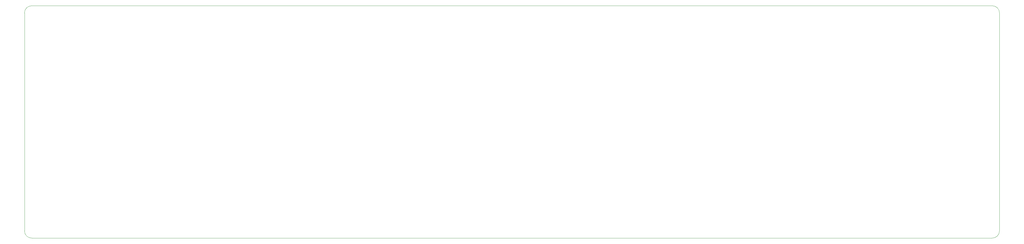
<source format=gbr>
G04 #@! TF.GenerationSoftware,KiCad,Pcbnew,(5.1.4)-1*
G04 #@! TF.CreationDate,2020-04-28T19:53:16-05:00*
G04 #@! TF.ProjectId,AugioS,41756769-6f53-42e6-9b69-6361645f7063,rev?*
G04 #@! TF.SameCoordinates,Original*
G04 #@! TF.FileFunction,Profile,NP*
%FSLAX46Y46*%
G04 Gerber Fmt 4.6, Leading zero omitted, Abs format (unit mm)*
G04 Created by KiCad (PCBNEW (5.1.4)-1) date 2020-04-28 19:53:16*
%MOMM*%
%LPD*%
G04 APERTURE LIST*
%ADD10C,0.050000*%
G04 APERTURE END LIST*
D10*
X289718750Y-165893750D02*
X280193750Y-165893750D01*
X280193750Y-89693750D02*
X289718750Y-89693750D01*
X-26987500Y-92075000D02*
X-26987500Y-163512500D01*
X280193750Y-89693750D02*
X-24606250Y-89693750D01*
X292100000Y-163512500D02*
X292100000Y-92075000D01*
X-24606250Y-165893750D02*
X280193750Y-165893750D01*
X-24606250Y-165893750D02*
G75*
G02X-26987500Y-163512500I0J2381250D01*
G01*
X-26987500Y-92075000D02*
G75*
G02X-24606250Y-89693750I2381250J0D01*
G01*
X289718750Y-89693750D02*
G75*
G02X292100000Y-92075000I0J-2381250D01*
G01*
X292100000Y-163512500D02*
G75*
G02X289718750Y-165893750I-2381250J0D01*
G01*
M02*

</source>
